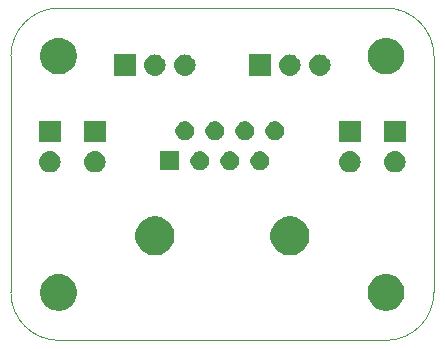
<source format=gbr>
G04 #@! TF.GenerationSoftware,KiCad,Pcbnew,(5.1.2)-2*
G04 #@! TF.CreationDate,2019-09-03T21:56:16-05:00*
G04 #@! TF.ProjectId,JoystickBoard_Rev1,4a6f7973-7469-4636-9b42-6f6172645f52,rev?*
G04 #@! TF.SameCoordinates,Original*
G04 #@! TF.FileFunction,Soldermask,Top*
G04 #@! TF.FilePolarity,Negative*
%FSLAX46Y46*%
G04 Gerber Fmt 4.6, Leading zero omitted, Abs format (unit mm)*
G04 Created by KiCad (PCBNEW (5.1.2)-2) date 2019-09-03 21:56:16*
%MOMM*%
%LPD*%
G04 APERTURE LIST*
%ADD10C,0.050000*%
%ADD11C,0.100000*%
G04 APERTURE END LIST*
D10*
X132588000Y-110680500D02*
X132588000Y-90678000D01*
X136652000Y-114744500D02*
G75*
G02X132588000Y-110680500I0J4064000D01*
G01*
X164338000Y-114744500D02*
X136652000Y-114744500D01*
X168402000Y-90678000D02*
X168402000Y-110680500D01*
X168402000Y-110680500D02*
G75*
G02X164338000Y-114744500I-4064000J0D01*
G01*
X164338000Y-86614000D02*
X136652000Y-86614000D01*
X132588000Y-90678000D02*
G75*
G02X136652000Y-86614000I4064000J0D01*
G01*
X164338000Y-86614000D02*
G75*
G02X168402000Y-90678000I0J-4064000D01*
G01*
D11*
G36*
X164640585Y-109156802D02*
G01*
X164790410Y-109186604D01*
X165072674Y-109303521D01*
X165326705Y-109473259D01*
X165542741Y-109689295D01*
X165712479Y-109943326D01*
X165829396Y-110225590D01*
X165889000Y-110525240D01*
X165889000Y-110830760D01*
X165829396Y-111130410D01*
X165712479Y-111412674D01*
X165542741Y-111666705D01*
X165326705Y-111882741D01*
X165072674Y-112052479D01*
X164790410Y-112169396D01*
X164640585Y-112199198D01*
X164490761Y-112229000D01*
X164185239Y-112229000D01*
X164035415Y-112199198D01*
X163885590Y-112169396D01*
X163603326Y-112052479D01*
X163349295Y-111882741D01*
X163133259Y-111666705D01*
X162963521Y-111412674D01*
X162846604Y-111130410D01*
X162787000Y-110830760D01*
X162787000Y-110525240D01*
X162846604Y-110225590D01*
X162963521Y-109943326D01*
X163133259Y-109689295D01*
X163349295Y-109473259D01*
X163603326Y-109303521D01*
X163885590Y-109186604D01*
X164035415Y-109156802D01*
X164185239Y-109127000D01*
X164490761Y-109127000D01*
X164640585Y-109156802D01*
X164640585Y-109156802D01*
G37*
G36*
X136940585Y-109156802D02*
G01*
X137090410Y-109186604D01*
X137372674Y-109303521D01*
X137626705Y-109473259D01*
X137842741Y-109689295D01*
X138012479Y-109943326D01*
X138129396Y-110225590D01*
X138189000Y-110525240D01*
X138189000Y-110830760D01*
X138129396Y-111130410D01*
X138012479Y-111412674D01*
X137842741Y-111666705D01*
X137626705Y-111882741D01*
X137372674Y-112052479D01*
X137090410Y-112169396D01*
X136940585Y-112199198D01*
X136790761Y-112229000D01*
X136485239Y-112229000D01*
X136335415Y-112199198D01*
X136185590Y-112169396D01*
X135903326Y-112052479D01*
X135649295Y-111882741D01*
X135433259Y-111666705D01*
X135263521Y-111412674D01*
X135146604Y-111130410D01*
X135087000Y-110830760D01*
X135087000Y-110525240D01*
X135146604Y-110225590D01*
X135263521Y-109943326D01*
X135433259Y-109689295D01*
X135649295Y-109473259D01*
X135903326Y-109303521D01*
X136185590Y-109186604D01*
X136335415Y-109156802D01*
X136485239Y-109127000D01*
X136790761Y-109127000D01*
X136940585Y-109156802D01*
X136940585Y-109156802D01*
G37*
G36*
X145155256Y-104286299D02*
G01*
X145261579Y-104307448D01*
X145562042Y-104431904D01*
X145832451Y-104612586D01*
X146062415Y-104842550D01*
X146243097Y-105112959D01*
X146367553Y-105413422D01*
X146431000Y-105732392D01*
X146431000Y-106057610D01*
X146367553Y-106376580D01*
X146243097Y-106677043D01*
X146062415Y-106947452D01*
X145832451Y-107177416D01*
X145562042Y-107358098D01*
X145261579Y-107482554D01*
X145155256Y-107503703D01*
X144942611Y-107546001D01*
X144617389Y-107546001D01*
X144404744Y-107503703D01*
X144298421Y-107482554D01*
X143997958Y-107358098D01*
X143727549Y-107177416D01*
X143497585Y-106947452D01*
X143316903Y-106677043D01*
X143192447Y-106376580D01*
X143129000Y-106057610D01*
X143129000Y-105732392D01*
X143192447Y-105413422D01*
X143316903Y-105112959D01*
X143497585Y-104842550D01*
X143727549Y-104612586D01*
X143997958Y-104431904D01*
X144298421Y-104307448D01*
X144404744Y-104286299D01*
X144617389Y-104244001D01*
X144942611Y-104244001D01*
X145155256Y-104286299D01*
X145155256Y-104286299D01*
G37*
G36*
X156585256Y-104286299D02*
G01*
X156691579Y-104307448D01*
X156992042Y-104431904D01*
X157262451Y-104612586D01*
X157492415Y-104842550D01*
X157673097Y-105112959D01*
X157797553Y-105413422D01*
X157861000Y-105732392D01*
X157861000Y-106057610D01*
X157797553Y-106376580D01*
X157673097Y-106677043D01*
X157492415Y-106947452D01*
X157262451Y-107177416D01*
X156992042Y-107358098D01*
X156691579Y-107482554D01*
X156585256Y-107503703D01*
X156372611Y-107546001D01*
X156047389Y-107546001D01*
X155834744Y-107503703D01*
X155728421Y-107482554D01*
X155427958Y-107358098D01*
X155157549Y-107177416D01*
X154927585Y-106947452D01*
X154746903Y-106677043D01*
X154622447Y-106376580D01*
X154559000Y-106057610D01*
X154559000Y-105732392D01*
X154622447Y-105413422D01*
X154746903Y-105112959D01*
X154927585Y-104842550D01*
X155157549Y-104612586D01*
X155427958Y-104431904D01*
X155728421Y-104307448D01*
X155834744Y-104286299D01*
X156047389Y-104244001D01*
X156372611Y-104244001D01*
X156585256Y-104286299D01*
X156585256Y-104286299D01*
G37*
G36*
X165210443Y-98720520D02*
G01*
X165276627Y-98727038D01*
X165446466Y-98778558D01*
X165602991Y-98862223D01*
X165638729Y-98891553D01*
X165740186Y-98974815D01*
X165789080Y-99034394D01*
X165852778Y-99112010D01*
X165936443Y-99268535D01*
X165987963Y-99438374D01*
X166005359Y-99615001D01*
X165987963Y-99791628D01*
X165936443Y-99961467D01*
X165852778Y-100117992D01*
X165823448Y-100153730D01*
X165740186Y-100255187D01*
X165667034Y-100315220D01*
X165602991Y-100367779D01*
X165446466Y-100451444D01*
X165276627Y-100502964D01*
X165210442Y-100509483D01*
X165144260Y-100516001D01*
X165055740Y-100516001D01*
X164989557Y-100509482D01*
X164923373Y-100502964D01*
X164753534Y-100451444D01*
X164597009Y-100367779D01*
X164532966Y-100315220D01*
X164459814Y-100255187D01*
X164376552Y-100153730D01*
X164347222Y-100117992D01*
X164263557Y-99961467D01*
X164212037Y-99791628D01*
X164194641Y-99615001D01*
X164212037Y-99438374D01*
X164263557Y-99268535D01*
X164347222Y-99112010D01*
X164410920Y-99034394D01*
X164459814Y-98974815D01*
X164561271Y-98891553D01*
X164597009Y-98862223D01*
X164753534Y-98778558D01*
X164923373Y-98727038D01*
X164989558Y-98720519D01*
X165055740Y-98714001D01*
X165144260Y-98714001D01*
X165210443Y-98720520D01*
X165210443Y-98720520D01*
G37*
G36*
X136000443Y-98720520D02*
G01*
X136066627Y-98727038D01*
X136236466Y-98778558D01*
X136392991Y-98862223D01*
X136428729Y-98891553D01*
X136530186Y-98974815D01*
X136579080Y-99034394D01*
X136642778Y-99112010D01*
X136726443Y-99268535D01*
X136777963Y-99438374D01*
X136795359Y-99615001D01*
X136777963Y-99791628D01*
X136726443Y-99961467D01*
X136642778Y-100117992D01*
X136613448Y-100153730D01*
X136530186Y-100255187D01*
X136457034Y-100315220D01*
X136392991Y-100367779D01*
X136236466Y-100451444D01*
X136066627Y-100502964D01*
X136000442Y-100509483D01*
X135934260Y-100516001D01*
X135845740Y-100516001D01*
X135779557Y-100509482D01*
X135713373Y-100502964D01*
X135543534Y-100451444D01*
X135387009Y-100367779D01*
X135322966Y-100315220D01*
X135249814Y-100255187D01*
X135166552Y-100153730D01*
X135137222Y-100117992D01*
X135053557Y-99961467D01*
X135002037Y-99791628D01*
X134984641Y-99615001D01*
X135002037Y-99438374D01*
X135053557Y-99268535D01*
X135137222Y-99112010D01*
X135200920Y-99034394D01*
X135249814Y-98974815D01*
X135351271Y-98891553D01*
X135387009Y-98862223D01*
X135543534Y-98778558D01*
X135713373Y-98727038D01*
X135779558Y-98720519D01*
X135845740Y-98714001D01*
X135934260Y-98714001D01*
X136000443Y-98720520D01*
X136000443Y-98720520D01*
G37*
G36*
X161400443Y-98720520D02*
G01*
X161466627Y-98727038D01*
X161636466Y-98778558D01*
X161792991Y-98862223D01*
X161828729Y-98891553D01*
X161930186Y-98974815D01*
X161979080Y-99034394D01*
X162042778Y-99112010D01*
X162126443Y-99268535D01*
X162177963Y-99438374D01*
X162195359Y-99615001D01*
X162177963Y-99791628D01*
X162126443Y-99961467D01*
X162042778Y-100117992D01*
X162013448Y-100153730D01*
X161930186Y-100255187D01*
X161857034Y-100315220D01*
X161792991Y-100367779D01*
X161636466Y-100451444D01*
X161466627Y-100502964D01*
X161400442Y-100509483D01*
X161334260Y-100516001D01*
X161245740Y-100516001D01*
X161179557Y-100509482D01*
X161113373Y-100502964D01*
X160943534Y-100451444D01*
X160787009Y-100367779D01*
X160722966Y-100315220D01*
X160649814Y-100255187D01*
X160566552Y-100153730D01*
X160537222Y-100117992D01*
X160453557Y-99961467D01*
X160402037Y-99791628D01*
X160384641Y-99615001D01*
X160402037Y-99438374D01*
X160453557Y-99268535D01*
X160537222Y-99112010D01*
X160600920Y-99034394D01*
X160649814Y-98974815D01*
X160751271Y-98891553D01*
X160787009Y-98862223D01*
X160943534Y-98778558D01*
X161113373Y-98727038D01*
X161179558Y-98720519D01*
X161245740Y-98714001D01*
X161334260Y-98714001D01*
X161400443Y-98720520D01*
X161400443Y-98720520D01*
G37*
G36*
X139810443Y-98720520D02*
G01*
X139876627Y-98727038D01*
X140046466Y-98778558D01*
X140202991Y-98862223D01*
X140238729Y-98891553D01*
X140340186Y-98974815D01*
X140389080Y-99034394D01*
X140452778Y-99112010D01*
X140536443Y-99268535D01*
X140587963Y-99438374D01*
X140605359Y-99615001D01*
X140587963Y-99791628D01*
X140536443Y-99961467D01*
X140452778Y-100117992D01*
X140423448Y-100153730D01*
X140340186Y-100255187D01*
X140267034Y-100315220D01*
X140202991Y-100367779D01*
X140046466Y-100451444D01*
X139876627Y-100502964D01*
X139810442Y-100509483D01*
X139744260Y-100516001D01*
X139655740Y-100516001D01*
X139589557Y-100509482D01*
X139523373Y-100502964D01*
X139353534Y-100451444D01*
X139197009Y-100367779D01*
X139132966Y-100315220D01*
X139059814Y-100255187D01*
X138976552Y-100153730D01*
X138947222Y-100117992D01*
X138863557Y-99961467D01*
X138812037Y-99791628D01*
X138794641Y-99615001D01*
X138812037Y-99438374D01*
X138863557Y-99268535D01*
X138947222Y-99112010D01*
X139010920Y-99034394D01*
X139059814Y-98974815D01*
X139161271Y-98891553D01*
X139197009Y-98862223D01*
X139353534Y-98778558D01*
X139523373Y-98727038D01*
X139589558Y-98720519D01*
X139655740Y-98714001D01*
X139744260Y-98714001D01*
X139810443Y-98720520D01*
X139810443Y-98720520D01*
G37*
G36*
X153903642Y-98774782D02*
G01*
X154049414Y-98835163D01*
X154049416Y-98835164D01*
X154180608Y-98922823D01*
X154292178Y-99034393D01*
X154379837Y-99165585D01*
X154379838Y-99165587D01*
X154440219Y-99311359D01*
X154471000Y-99466108D01*
X154471000Y-99623894D01*
X154440219Y-99778643D01*
X154434841Y-99791626D01*
X154379837Y-99924417D01*
X154292178Y-100055609D01*
X154180608Y-100167179D01*
X154049416Y-100254838D01*
X154049415Y-100254839D01*
X154049414Y-100254839D01*
X153903642Y-100315220D01*
X153748893Y-100346001D01*
X153591107Y-100346001D01*
X153436358Y-100315220D01*
X153290586Y-100254839D01*
X153290585Y-100254839D01*
X153290584Y-100254838D01*
X153159392Y-100167179D01*
X153047822Y-100055609D01*
X152960163Y-99924417D01*
X152905159Y-99791626D01*
X152899781Y-99778643D01*
X152869000Y-99623894D01*
X152869000Y-99466108D01*
X152899781Y-99311359D01*
X152960162Y-99165587D01*
X152960163Y-99165585D01*
X153047822Y-99034393D01*
X153159392Y-98922823D01*
X153290584Y-98835164D01*
X153290586Y-98835163D01*
X153436358Y-98774782D01*
X153591107Y-98744001D01*
X153748893Y-98744001D01*
X153903642Y-98774782D01*
X153903642Y-98774782D01*
G37*
G36*
X151363642Y-98774782D02*
G01*
X151509414Y-98835163D01*
X151509416Y-98835164D01*
X151640608Y-98922823D01*
X151752178Y-99034393D01*
X151839837Y-99165585D01*
X151839838Y-99165587D01*
X151900219Y-99311359D01*
X151931000Y-99466108D01*
X151931000Y-99623894D01*
X151900219Y-99778643D01*
X151894841Y-99791626D01*
X151839837Y-99924417D01*
X151752178Y-100055609D01*
X151640608Y-100167179D01*
X151509416Y-100254838D01*
X151509415Y-100254839D01*
X151509414Y-100254839D01*
X151363642Y-100315220D01*
X151208893Y-100346001D01*
X151051107Y-100346001D01*
X150896358Y-100315220D01*
X150750586Y-100254839D01*
X150750585Y-100254839D01*
X150750584Y-100254838D01*
X150619392Y-100167179D01*
X150507822Y-100055609D01*
X150420163Y-99924417D01*
X150365159Y-99791626D01*
X150359781Y-99778643D01*
X150329000Y-99623894D01*
X150329000Y-99466108D01*
X150359781Y-99311359D01*
X150420162Y-99165587D01*
X150420163Y-99165585D01*
X150507822Y-99034393D01*
X150619392Y-98922823D01*
X150750584Y-98835164D01*
X150750586Y-98835163D01*
X150896358Y-98774782D01*
X151051107Y-98744001D01*
X151208893Y-98744001D01*
X151363642Y-98774782D01*
X151363642Y-98774782D01*
G37*
G36*
X148823642Y-98774782D02*
G01*
X148969414Y-98835163D01*
X148969416Y-98835164D01*
X149100608Y-98922823D01*
X149212178Y-99034393D01*
X149299837Y-99165585D01*
X149299838Y-99165587D01*
X149360219Y-99311359D01*
X149391000Y-99466108D01*
X149391000Y-99623894D01*
X149360219Y-99778643D01*
X149354841Y-99791626D01*
X149299837Y-99924417D01*
X149212178Y-100055609D01*
X149100608Y-100167179D01*
X148969416Y-100254838D01*
X148969415Y-100254839D01*
X148969414Y-100254839D01*
X148823642Y-100315220D01*
X148668893Y-100346001D01*
X148511107Y-100346001D01*
X148356358Y-100315220D01*
X148210586Y-100254839D01*
X148210585Y-100254839D01*
X148210584Y-100254838D01*
X148079392Y-100167179D01*
X147967822Y-100055609D01*
X147880163Y-99924417D01*
X147825159Y-99791626D01*
X147819781Y-99778643D01*
X147789000Y-99623894D01*
X147789000Y-99466108D01*
X147819781Y-99311359D01*
X147880162Y-99165587D01*
X147880163Y-99165585D01*
X147967822Y-99034393D01*
X148079392Y-98922823D01*
X148210584Y-98835164D01*
X148210586Y-98835163D01*
X148356358Y-98774782D01*
X148511107Y-98744001D01*
X148668893Y-98744001D01*
X148823642Y-98774782D01*
X148823642Y-98774782D01*
G37*
G36*
X146851000Y-100346001D02*
G01*
X145249000Y-100346001D01*
X145249000Y-98744001D01*
X146851000Y-98744001D01*
X146851000Y-100346001D01*
X146851000Y-100346001D01*
G37*
G36*
X136791000Y-97976001D02*
G01*
X134989000Y-97976001D01*
X134989000Y-96174001D01*
X136791000Y-96174001D01*
X136791000Y-97976001D01*
X136791000Y-97976001D01*
G37*
G36*
X162191000Y-97976001D02*
G01*
X160389000Y-97976001D01*
X160389000Y-96174001D01*
X162191000Y-96174001D01*
X162191000Y-97976001D01*
X162191000Y-97976001D01*
G37*
G36*
X166001000Y-97976001D02*
G01*
X164199000Y-97976001D01*
X164199000Y-96174001D01*
X166001000Y-96174001D01*
X166001000Y-97976001D01*
X166001000Y-97976001D01*
G37*
G36*
X140601000Y-97976001D02*
G01*
X138799000Y-97976001D01*
X138799000Y-96174001D01*
X140601000Y-96174001D01*
X140601000Y-97976001D01*
X140601000Y-97976001D01*
G37*
G36*
X155173642Y-96234782D02*
G01*
X155319414Y-96295163D01*
X155319416Y-96295164D01*
X155450608Y-96382823D01*
X155562178Y-96494393D01*
X155649837Y-96625585D01*
X155649838Y-96625587D01*
X155710219Y-96771359D01*
X155741000Y-96926108D01*
X155741000Y-97083894D01*
X155710219Y-97238643D01*
X155649838Y-97384415D01*
X155649837Y-97384417D01*
X155562178Y-97515609D01*
X155450608Y-97627179D01*
X155319416Y-97714838D01*
X155319415Y-97714839D01*
X155319414Y-97714839D01*
X155173642Y-97775220D01*
X155018893Y-97806001D01*
X154861107Y-97806001D01*
X154706358Y-97775220D01*
X154560586Y-97714839D01*
X154560585Y-97714839D01*
X154560584Y-97714838D01*
X154429392Y-97627179D01*
X154317822Y-97515609D01*
X154230163Y-97384417D01*
X154230162Y-97384415D01*
X154169781Y-97238643D01*
X154139000Y-97083894D01*
X154139000Y-96926108D01*
X154169781Y-96771359D01*
X154230162Y-96625587D01*
X154230163Y-96625585D01*
X154317822Y-96494393D01*
X154429392Y-96382823D01*
X154560584Y-96295164D01*
X154560586Y-96295163D01*
X154706358Y-96234782D01*
X154861107Y-96204001D01*
X155018893Y-96204001D01*
X155173642Y-96234782D01*
X155173642Y-96234782D01*
G37*
G36*
X152633642Y-96234782D02*
G01*
X152779414Y-96295163D01*
X152779416Y-96295164D01*
X152910608Y-96382823D01*
X153022178Y-96494393D01*
X153109837Y-96625585D01*
X153109838Y-96625587D01*
X153170219Y-96771359D01*
X153201000Y-96926108D01*
X153201000Y-97083894D01*
X153170219Y-97238643D01*
X153109838Y-97384415D01*
X153109837Y-97384417D01*
X153022178Y-97515609D01*
X152910608Y-97627179D01*
X152779416Y-97714838D01*
X152779415Y-97714839D01*
X152779414Y-97714839D01*
X152633642Y-97775220D01*
X152478893Y-97806001D01*
X152321107Y-97806001D01*
X152166358Y-97775220D01*
X152020586Y-97714839D01*
X152020585Y-97714839D01*
X152020584Y-97714838D01*
X151889392Y-97627179D01*
X151777822Y-97515609D01*
X151690163Y-97384417D01*
X151690162Y-97384415D01*
X151629781Y-97238643D01*
X151599000Y-97083894D01*
X151599000Y-96926108D01*
X151629781Y-96771359D01*
X151690162Y-96625587D01*
X151690163Y-96625585D01*
X151777822Y-96494393D01*
X151889392Y-96382823D01*
X152020584Y-96295164D01*
X152020586Y-96295163D01*
X152166358Y-96234782D01*
X152321107Y-96204001D01*
X152478893Y-96204001D01*
X152633642Y-96234782D01*
X152633642Y-96234782D01*
G37*
G36*
X150093642Y-96234782D02*
G01*
X150239414Y-96295163D01*
X150239416Y-96295164D01*
X150370608Y-96382823D01*
X150482178Y-96494393D01*
X150569837Y-96625585D01*
X150569838Y-96625587D01*
X150630219Y-96771359D01*
X150661000Y-96926108D01*
X150661000Y-97083894D01*
X150630219Y-97238643D01*
X150569838Y-97384415D01*
X150569837Y-97384417D01*
X150482178Y-97515609D01*
X150370608Y-97627179D01*
X150239416Y-97714838D01*
X150239415Y-97714839D01*
X150239414Y-97714839D01*
X150093642Y-97775220D01*
X149938893Y-97806001D01*
X149781107Y-97806001D01*
X149626358Y-97775220D01*
X149480586Y-97714839D01*
X149480585Y-97714839D01*
X149480584Y-97714838D01*
X149349392Y-97627179D01*
X149237822Y-97515609D01*
X149150163Y-97384417D01*
X149150162Y-97384415D01*
X149089781Y-97238643D01*
X149059000Y-97083894D01*
X149059000Y-96926108D01*
X149089781Y-96771359D01*
X149150162Y-96625587D01*
X149150163Y-96625585D01*
X149237822Y-96494393D01*
X149349392Y-96382823D01*
X149480584Y-96295164D01*
X149480586Y-96295163D01*
X149626358Y-96234782D01*
X149781107Y-96204001D01*
X149938893Y-96204001D01*
X150093642Y-96234782D01*
X150093642Y-96234782D01*
G37*
G36*
X147553642Y-96234782D02*
G01*
X147699414Y-96295163D01*
X147699416Y-96295164D01*
X147830608Y-96382823D01*
X147942178Y-96494393D01*
X148029837Y-96625585D01*
X148029838Y-96625587D01*
X148090219Y-96771359D01*
X148121000Y-96926108D01*
X148121000Y-97083894D01*
X148090219Y-97238643D01*
X148029838Y-97384415D01*
X148029837Y-97384417D01*
X147942178Y-97515609D01*
X147830608Y-97627179D01*
X147699416Y-97714838D01*
X147699415Y-97714839D01*
X147699414Y-97714839D01*
X147553642Y-97775220D01*
X147398893Y-97806001D01*
X147241107Y-97806001D01*
X147086358Y-97775220D01*
X146940586Y-97714839D01*
X146940585Y-97714839D01*
X146940584Y-97714838D01*
X146809392Y-97627179D01*
X146697822Y-97515609D01*
X146610163Y-97384417D01*
X146610162Y-97384415D01*
X146549781Y-97238643D01*
X146519000Y-97083894D01*
X146519000Y-96926108D01*
X146549781Y-96771359D01*
X146610162Y-96625587D01*
X146610163Y-96625585D01*
X146697822Y-96494393D01*
X146809392Y-96382823D01*
X146940584Y-96295164D01*
X146940586Y-96295163D01*
X147086358Y-96234782D01*
X147241107Y-96204001D01*
X147398893Y-96204001D01*
X147553642Y-96234782D01*
X147553642Y-96234782D01*
G37*
G36*
X156320443Y-90545519D02*
G01*
X156386627Y-90552037D01*
X156556466Y-90603557D01*
X156712991Y-90687222D01*
X156748729Y-90716552D01*
X156850186Y-90799814D01*
X156933448Y-90901271D01*
X156962778Y-90937009D01*
X157046443Y-91093534D01*
X157097963Y-91263373D01*
X157115359Y-91440000D01*
X157097963Y-91616627D01*
X157046443Y-91786466D01*
X156962778Y-91942991D01*
X156933448Y-91978729D01*
X156850186Y-92080186D01*
X156748729Y-92163448D01*
X156712991Y-92192778D01*
X156556466Y-92276443D01*
X156386627Y-92327963D01*
X156320443Y-92334481D01*
X156254260Y-92341000D01*
X156165740Y-92341000D01*
X156099557Y-92334481D01*
X156033373Y-92327963D01*
X155863534Y-92276443D01*
X155707009Y-92192778D01*
X155671271Y-92163448D01*
X155569814Y-92080186D01*
X155486552Y-91978729D01*
X155457222Y-91942991D01*
X155373557Y-91786466D01*
X155322037Y-91616627D01*
X155304641Y-91440000D01*
X155322037Y-91263373D01*
X155373557Y-91093534D01*
X155457222Y-90937009D01*
X155486552Y-90901271D01*
X155569814Y-90799814D01*
X155671271Y-90716552D01*
X155707009Y-90687222D01*
X155863534Y-90603557D01*
X156033373Y-90552037D01*
X156099558Y-90545518D01*
X156165740Y-90539000D01*
X156254260Y-90539000D01*
X156320443Y-90545519D01*
X156320443Y-90545519D01*
G37*
G36*
X158860443Y-90545519D02*
G01*
X158926627Y-90552037D01*
X159096466Y-90603557D01*
X159252991Y-90687222D01*
X159288729Y-90716552D01*
X159390186Y-90799814D01*
X159473448Y-90901271D01*
X159502778Y-90937009D01*
X159586443Y-91093534D01*
X159637963Y-91263373D01*
X159655359Y-91440000D01*
X159637963Y-91616627D01*
X159586443Y-91786466D01*
X159502778Y-91942991D01*
X159473448Y-91978729D01*
X159390186Y-92080186D01*
X159288729Y-92163448D01*
X159252991Y-92192778D01*
X159096466Y-92276443D01*
X158926627Y-92327963D01*
X158860443Y-92334481D01*
X158794260Y-92341000D01*
X158705740Y-92341000D01*
X158639557Y-92334481D01*
X158573373Y-92327963D01*
X158403534Y-92276443D01*
X158247009Y-92192778D01*
X158211271Y-92163448D01*
X158109814Y-92080186D01*
X158026552Y-91978729D01*
X157997222Y-91942991D01*
X157913557Y-91786466D01*
X157862037Y-91616627D01*
X157844641Y-91440000D01*
X157862037Y-91263373D01*
X157913557Y-91093534D01*
X157997222Y-90937009D01*
X158026552Y-90901271D01*
X158109814Y-90799814D01*
X158211271Y-90716552D01*
X158247009Y-90687222D01*
X158403534Y-90603557D01*
X158573373Y-90552037D01*
X158639558Y-90545518D01*
X158705740Y-90539000D01*
X158794260Y-90539000D01*
X158860443Y-90545519D01*
X158860443Y-90545519D01*
G37*
G36*
X154571000Y-92341000D02*
G01*
X152769000Y-92341000D01*
X152769000Y-90539000D01*
X154571000Y-90539000D01*
X154571000Y-92341000D01*
X154571000Y-92341000D01*
G37*
G36*
X147430443Y-90545519D02*
G01*
X147496627Y-90552037D01*
X147666466Y-90603557D01*
X147822991Y-90687222D01*
X147858729Y-90716552D01*
X147960186Y-90799814D01*
X148043448Y-90901271D01*
X148072778Y-90937009D01*
X148156443Y-91093534D01*
X148207963Y-91263373D01*
X148225359Y-91440000D01*
X148207963Y-91616627D01*
X148156443Y-91786466D01*
X148072778Y-91942991D01*
X148043448Y-91978729D01*
X147960186Y-92080186D01*
X147858729Y-92163448D01*
X147822991Y-92192778D01*
X147666466Y-92276443D01*
X147496627Y-92327963D01*
X147430443Y-92334481D01*
X147364260Y-92341000D01*
X147275740Y-92341000D01*
X147209557Y-92334481D01*
X147143373Y-92327963D01*
X146973534Y-92276443D01*
X146817009Y-92192778D01*
X146781271Y-92163448D01*
X146679814Y-92080186D01*
X146596552Y-91978729D01*
X146567222Y-91942991D01*
X146483557Y-91786466D01*
X146432037Y-91616627D01*
X146414641Y-91440000D01*
X146432037Y-91263373D01*
X146483557Y-91093534D01*
X146567222Y-90937009D01*
X146596552Y-90901271D01*
X146679814Y-90799814D01*
X146781271Y-90716552D01*
X146817009Y-90687222D01*
X146973534Y-90603557D01*
X147143373Y-90552037D01*
X147209557Y-90545519D01*
X147275740Y-90539000D01*
X147364260Y-90539000D01*
X147430443Y-90545519D01*
X147430443Y-90545519D01*
G37*
G36*
X144890443Y-90545519D02*
G01*
X144956627Y-90552037D01*
X145126466Y-90603557D01*
X145282991Y-90687222D01*
X145318729Y-90716552D01*
X145420186Y-90799814D01*
X145503448Y-90901271D01*
X145532778Y-90937009D01*
X145616443Y-91093534D01*
X145667963Y-91263373D01*
X145685359Y-91440000D01*
X145667963Y-91616627D01*
X145616443Y-91786466D01*
X145532778Y-91942991D01*
X145503448Y-91978729D01*
X145420186Y-92080186D01*
X145318729Y-92163448D01*
X145282991Y-92192778D01*
X145126466Y-92276443D01*
X144956627Y-92327963D01*
X144890443Y-92334481D01*
X144824260Y-92341000D01*
X144735740Y-92341000D01*
X144669557Y-92334481D01*
X144603373Y-92327963D01*
X144433534Y-92276443D01*
X144277009Y-92192778D01*
X144241271Y-92163448D01*
X144139814Y-92080186D01*
X144056552Y-91978729D01*
X144027222Y-91942991D01*
X143943557Y-91786466D01*
X143892037Y-91616627D01*
X143874641Y-91440000D01*
X143892037Y-91263373D01*
X143943557Y-91093534D01*
X144027222Y-90937009D01*
X144056552Y-90901271D01*
X144139814Y-90799814D01*
X144241271Y-90716552D01*
X144277009Y-90687222D01*
X144433534Y-90603557D01*
X144603373Y-90552037D01*
X144669557Y-90545519D01*
X144735740Y-90539000D01*
X144824260Y-90539000D01*
X144890443Y-90545519D01*
X144890443Y-90545519D01*
G37*
G36*
X143141000Y-92341000D02*
G01*
X141339000Y-92341000D01*
X141339000Y-90539000D01*
X143141000Y-90539000D01*
X143141000Y-92341000D01*
X143141000Y-92341000D01*
G37*
G36*
X164640585Y-89156802D02*
G01*
X164790410Y-89186604D01*
X165072674Y-89303521D01*
X165326705Y-89473259D01*
X165542741Y-89689295D01*
X165712479Y-89943326D01*
X165829396Y-90225590D01*
X165889000Y-90525240D01*
X165889000Y-90830760D01*
X165829396Y-91130410D01*
X165712479Y-91412674D01*
X165542741Y-91666705D01*
X165326705Y-91882741D01*
X165072674Y-92052479D01*
X164790410Y-92169396D01*
X164640585Y-92199198D01*
X164490761Y-92229000D01*
X164185239Y-92229000D01*
X164035415Y-92199198D01*
X163885590Y-92169396D01*
X163603326Y-92052479D01*
X163349295Y-91882741D01*
X163133259Y-91666705D01*
X162963521Y-91412674D01*
X162846604Y-91130410D01*
X162787000Y-90830760D01*
X162787000Y-90525240D01*
X162846604Y-90225590D01*
X162963521Y-89943326D01*
X163133259Y-89689295D01*
X163349295Y-89473259D01*
X163603326Y-89303521D01*
X163885590Y-89186604D01*
X164035415Y-89156802D01*
X164185239Y-89127000D01*
X164490761Y-89127000D01*
X164640585Y-89156802D01*
X164640585Y-89156802D01*
G37*
G36*
X136940585Y-89156802D02*
G01*
X137090410Y-89186604D01*
X137372674Y-89303521D01*
X137626705Y-89473259D01*
X137842741Y-89689295D01*
X138012479Y-89943326D01*
X138129396Y-90225590D01*
X138189000Y-90525240D01*
X138189000Y-90830760D01*
X138129396Y-91130410D01*
X138012479Y-91412674D01*
X137842741Y-91666705D01*
X137626705Y-91882741D01*
X137372674Y-92052479D01*
X137090410Y-92169396D01*
X136940585Y-92199198D01*
X136790761Y-92229000D01*
X136485239Y-92229000D01*
X136335415Y-92199198D01*
X136185590Y-92169396D01*
X135903326Y-92052479D01*
X135649295Y-91882741D01*
X135433259Y-91666705D01*
X135263521Y-91412674D01*
X135146604Y-91130410D01*
X135087000Y-90830760D01*
X135087000Y-90525240D01*
X135146604Y-90225590D01*
X135263521Y-89943326D01*
X135433259Y-89689295D01*
X135649295Y-89473259D01*
X135903326Y-89303521D01*
X136185590Y-89186604D01*
X136335415Y-89156802D01*
X136485239Y-89127000D01*
X136790761Y-89127000D01*
X136940585Y-89156802D01*
X136940585Y-89156802D01*
G37*
M02*

</source>
